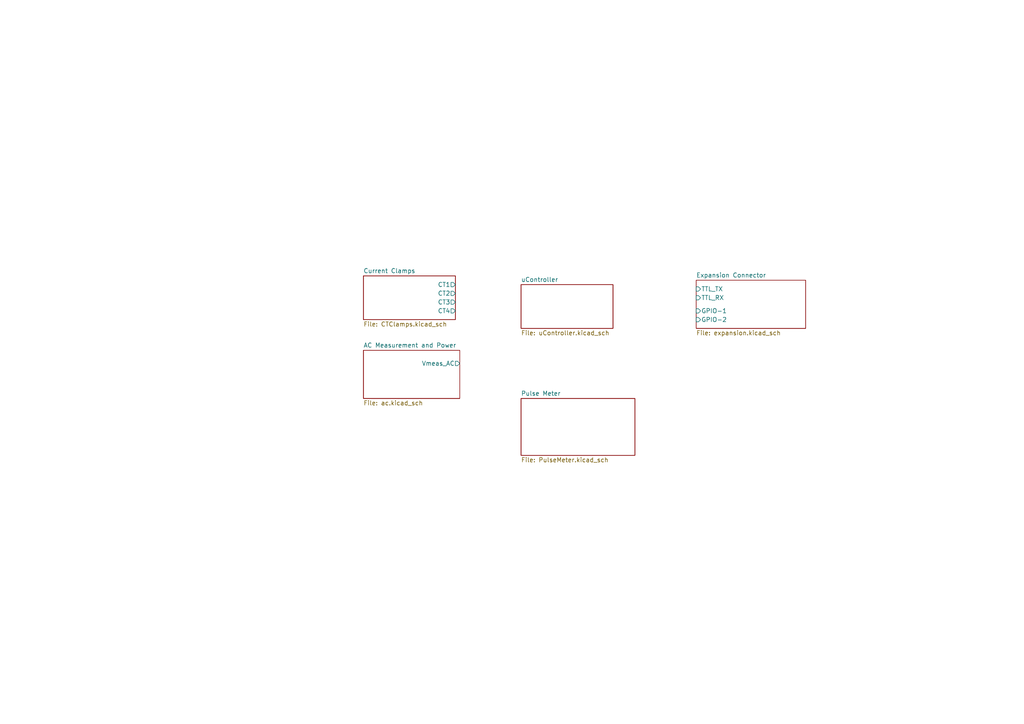
<source format=kicad_sch>
(kicad_sch (version 20211123) (generator eeschema)
  (paper "A4")
  (title_block (title "Awesome Bestest Energy Monitor") (rev "1.0"))
  (lib_symbols)
  (sheet (at 151.13 115.57) (size 33.02 16.51) (stroke (width 0.1524))
    (property "Sheet name" "Pulse Meter" (at 151.13 114.8584 0) (effects (justify left bottom)))
    (property "Sheet file" "PulseMeter.kicad_sch" (at 151.13 132.6646 0) (effects (justify left top)))
  )
  (sheet (at 105.41 101.6) (size 27.94 13.97) (stroke (width 0.1524))
    (property "Sheet name" "AC Measurement and Power" (at 105.41 100.8884 0) (effects (justify left bottom)))
    (property "Sheet file" "ac.kicad_sch" (at 105.41 116.1546 0) (effects (justify left top)))
    (pin "Vmeas_AC" output (at 133.35 105.41 0))
  )
  (sheet (at 105.41 80.01) (size 26.67 12.7) (stroke (width 0.1524))
    (property "Sheet name" "Current Clamps" (at 105.41 79.2984 0) (effects (justify left bottom)))
    (property "Sheet file" "CTClamps.kicad_sch" (at 105.41 93.2946 0) (effects (justify left top)))
    (pin "CT2" output (at 132.08 85.09 0))
    (pin "CT1" output (at 132.08 82.55 0))
    (pin "CT3" output (at 132.08 87.63 0))
    (pin "CT4" output (at 132.08 90.17 0))
  )
  (sheet (at 151.13 82.55) (size 26.67 12.7) (stroke (width 0.1524))
    (property "Sheet name" "uController" (at 151.13 81.8384 0) (effects (justify left bottom)))
    (property "Sheet file" "uController.kicad_sch" (at 151.13 95.8346 0) (effects (justify left top)))
  )
  (sheet (at 201.93 81.28) (size 31.75 13.97) (stroke (width 0.1524))
    (property "Sheet name" "Expansion Connector" (at 201.93 80.5684 0) (effects (justify left bottom)))
    (property "Sheet file" "expansion.kicad_sch" (at 201.93 95.8346 0) (effects (justify left top)))
    (pin "TTL_TX" input (at 201.93 83.82 180))
    (pin "GPIO-1" input (at 201.93 90.17 180))
    (pin "GPIO-2" input (at 201.93 92.71 180))
    (pin "TTL_RX" input (at 201.93 86.36 180))
  )
)
</source>
